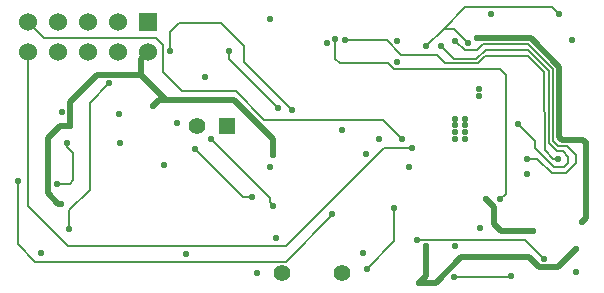
<source format=gbr>
%FSLAX34Y34*%
G04 Gerber Fmt 3.4, Leading zero omitted, Abs format*
G04 (created by PCBNEW (2013-11-03 BZR 4430)-product) date Fri 08 Nov 2013 11:28:15 PM CST*
%MOIN*%
G01*
G70*
G90*
G04 APERTURE LIST*
%ADD10C,0.005906*%
%ADD11R,0.055000X0.055000*%
%ADD12C,0.055000*%
%ADD13R,0.060000X0.060000*%
%ADD14C,0.060000*%
%ADD15C,0.021654*%
%ADD16C,0.019685*%
%ADD17C,0.006890*%
G04 APERTURE END LIST*
G54D10*
G54D11*
X48728Y-40393D03*
G54D12*
X47728Y-40393D03*
X50574Y-45314D03*
X52574Y-45314D03*
G54D13*
X46094Y-36940D03*
G54D14*
X46094Y-37940D03*
X45094Y-36940D03*
X45094Y-37940D03*
X44094Y-36940D03*
X44094Y-37940D03*
X43094Y-36940D03*
X43094Y-37940D03*
X42094Y-36940D03*
X42094Y-37940D03*
G54D15*
X57360Y-42840D03*
X58940Y-43920D03*
X43188Y-42992D03*
X53350Y-41350D03*
X50255Y-41358D03*
X46259Y-39724D03*
X43503Y-40393D03*
X57840Y-42840D03*
X60560Y-43620D03*
X52340Y-37500D03*
X57075Y-37475D03*
X60708Y-40984D03*
X55118Y-45629D03*
X55354Y-44409D03*
X60360Y-44520D03*
X56338Y-40157D03*
X56663Y-40157D03*
X57140Y-39180D03*
X57140Y-39420D03*
X58720Y-42007D03*
X54803Y-41771D03*
X57519Y-36673D03*
X42519Y-44625D03*
X52050Y-37650D03*
X50177Y-36830D03*
X47992Y-38779D03*
X47047Y-40295D03*
X46633Y-41692D03*
X60350Y-45275D03*
X56338Y-44409D03*
X45118Y-40000D03*
X53267Y-44645D03*
X52550Y-40550D03*
X50350Y-44125D03*
X60225Y-37525D03*
X47350Y-44675D03*
X56338Y-40610D03*
X56663Y-40836D03*
X50157Y-41771D03*
X56338Y-40836D03*
X56663Y-40610D03*
X56663Y-40383D03*
X56338Y-40383D03*
X49724Y-45314D03*
X54409Y-37559D03*
X54409Y-38267D03*
X52244Y-43346D03*
X41750Y-42250D03*
X55375Y-37750D03*
X56775Y-37625D03*
X59800Y-36675D03*
X54311Y-43129D03*
X53385Y-45177D03*
X43225Y-39950D03*
X45177Y-40984D03*
X43070Y-42322D03*
X43385Y-40984D03*
X50899Y-39856D03*
X46830Y-37913D03*
X48779Y-37893D03*
X50413Y-39803D03*
X58200Y-45400D03*
X56300Y-45425D03*
X55050Y-44200D03*
X59300Y-44825D03*
X54881Y-41141D03*
X54566Y-40826D03*
X43475Y-43825D03*
X44803Y-38976D03*
X57160Y-43800D03*
X56338Y-37559D03*
X58740Y-41496D03*
X58444Y-40334D03*
X55850Y-37725D03*
X59763Y-41496D03*
X52650Y-37550D03*
X47677Y-41181D03*
X49566Y-42755D03*
X50275Y-43070D03*
X48188Y-40826D03*
X53780Y-40840D03*
G54D16*
X57360Y-42840D02*
X57620Y-43100D01*
X57620Y-43100D02*
X57620Y-43680D01*
X57620Y-43680D02*
X57860Y-43920D01*
X57860Y-43920D02*
X58940Y-43920D01*
X45866Y-38700D02*
X45866Y-38169D01*
X45866Y-38169D02*
X46094Y-37940D01*
X43503Y-40393D02*
X43503Y-39606D01*
X45866Y-38700D02*
X46094Y-38929D01*
X44409Y-38700D02*
X45866Y-38700D01*
X43503Y-39606D02*
X44409Y-38700D01*
X42755Y-41456D02*
X42755Y-42637D01*
X43169Y-40393D02*
X42755Y-40807D01*
X42755Y-40807D02*
X42755Y-41456D01*
X43503Y-40393D02*
X43169Y-40393D01*
X43110Y-42992D02*
X43188Y-42992D01*
X42755Y-42637D02*
X43110Y-42992D01*
X46692Y-39527D02*
X48956Y-39527D01*
X50255Y-40826D02*
X50255Y-41358D01*
X48956Y-39527D02*
X50255Y-40826D01*
G54D17*
X46732Y-39527D02*
X46692Y-39527D01*
G54D16*
X46692Y-39527D02*
X46094Y-38929D01*
X46456Y-39527D02*
X46732Y-39527D01*
X46259Y-39724D02*
X46456Y-39527D01*
G54D17*
X58020Y-42660D02*
X57840Y-42840D01*
X58020Y-38700D02*
X58020Y-42660D01*
X57820Y-38500D02*
X58020Y-38700D01*
X54280Y-38500D02*
X57820Y-38500D01*
X54100Y-38320D02*
X54280Y-38500D01*
X52500Y-38320D02*
X54100Y-38320D01*
X52340Y-38160D02*
X52500Y-38320D01*
X52340Y-38080D02*
X52340Y-38160D01*
X52340Y-38080D02*
X52340Y-38100D01*
G54D16*
X60708Y-43471D02*
X60560Y-43620D01*
X60708Y-42952D02*
X60708Y-40984D01*
X60708Y-43471D02*
X60708Y-42952D01*
G54D17*
X52340Y-37500D02*
X52340Y-38080D01*
G54D16*
X57075Y-37475D02*
X58850Y-37475D01*
X59803Y-38428D02*
X58850Y-37475D01*
X59803Y-40708D02*
X59803Y-40787D01*
X59803Y-40787D02*
X59881Y-40866D01*
X59881Y-40866D02*
X60590Y-40866D01*
X60590Y-40866D02*
X60708Y-40984D01*
X59803Y-40203D02*
X59803Y-38428D01*
X59803Y-40203D02*
X59803Y-40708D01*
X55118Y-45629D02*
X55690Y-45629D01*
X59760Y-45120D02*
X60360Y-44520D01*
X59140Y-45120D02*
X59760Y-45120D01*
X58800Y-44780D02*
X59140Y-45120D01*
X56540Y-44780D02*
X58800Y-44780D01*
X55690Y-45629D02*
X56540Y-44780D01*
X55118Y-45629D02*
X55354Y-45393D01*
X55354Y-45393D02*
X55354Y-44409D01*
G54D17*
X52244Y-43346D02*
X52244Y-43385D01*
X41750Y-44348D02*
X41750Y-42250D01*
X42322Y-44921D02*
X41750Y-44348D01*
X50708Y-44921D02*
X42322Y-44921D01*
X52244Y-43385D02*
X50708Y-44921D01*
X56650Y-36450D02*
X55956Y-37156D01*
X57524Y-36450D02*
X56650Y-36450D01*
X56306Y-37156D02*
X55956Y-37156D01*
X56775Y-37625D02*
X56306Y-37156D01*
X55956Y-37156D02*
X55375Y-37750D01*
X59575Y-36450D02*
X57524Y-36450D01*
X59800Y-36675D02*
X59575Y-36450D01*
X54311Y-44251D02*
X54311Y-43129D01*
X53385Y-45177D02*
X54311Y-44251D01*
X43385Y-41102D02*
X43385Y-40984D01*
X43602Y-41318D02*
X43385Y-41102D01*
X43602Y-42204D02*
X43602Y-41318D01*
X43484Y-42322D02*
X43602Y-42204D01*
X43070Y-42322D02*
X43484Y-42322D01*
X47185Y-36968D02*
X47125Y-36968D01*
X48543Y-36968D02*
X47185Y-36968D01*
X49311Y-37736D02*
X48543Y-36968D01*
X49311Y-38267D02*
X49311Y-37736D01*
X50899Y-39856D02*
X49311Y-38267D01*
X46830Y-37263D02*
X46830Y-37913D01*
X47125Y-36968D02*
X46830Y-37263D01*
X48779Y-38169D02*
X48779Y-37893D01*
X50413Y-39803D02*
X48779Y-38169D01*
X58200Y-45400D02*
X58175Y-45425D01*
X58175Y-45425D02*
X56300Y-45425D01*
X58675Y-44200D02*
X55050Y-44200D01*
X59300Y-44825D02*
X58675Y-44200D01*
X42094Y-43078D02*
X42094Y-37940D01*
X54881Y-41141D02*
X53976Y-41141D01*
X53976Y-41141D02*
X50708Y-44409D01*
X50708Y-44409D02*
X43425Y-44409D01*
X43425Y-44409D02*
X42094Y-43078D01*
X50000Y-40196D02*
X49960Y-40196D01*
X54566Y-40826D02*
X53937Y-40196D01*
X53937Y-40196D02*
X50000Y-40196D01*
X42594Y-37440D02*
X42094Y-36940D01*
X42614Y-37460D02*
X42594Y-37440D01*
X46358Y-37460D02*
X42614Y-37460D01*
X46594Y-37696D02*
X46358Y-37460D01*
X46594Y-38602D02*
X46594Y-37696D01*
X47244Y-39251D02*
X46594Y-38602D01*
X49015Y-39251D02*
X47244Y-39251D01*
X49960Y-40196D02*
X49015Y-39251D01*
X43475Y-43200D02*
X43475Y-43825D01*
X44150Y-42525D02*
X43475Y-43200D01*
X44150Y-39625D02*
X44150Y-42525D01*
X44803Y-38976D02*
X44150Y-39625D01*
X58740Y-41496D02*
X59071Y-41496D01*
X56654Y-37875D02*
X56338Y-37559D01*
X57050Y-37875D02*
X56654Y-37875D01*
X57257Y-37667D02*
X57050Y-37875D01*
X58750Y-37667D02*
X57257Y-37667D01*
X59600Y-38517D02*
X58750Y-37667D01*
X59600Y-40900D02*
X59600Y-38517D01*
X59775Y-41075D02*
X59600Y-40900D01*
X60075Y-41075D02*
X59775Y-41075D01*
X60375Y-41375D02*
X60075Y-41075D01*
X60375Y-41625D02*
X60375Y-41375D01*
X60025Y-41975D02*
X60375Y-41625D01*
X59550Y-41975D02*
X60025Y-41975D01*
X59071Y-41496D02*
X59550Y-41975D01*
X59000Y-41150D02*
X59000Y-40889D01*
X59000Y-40889D02*
X58444Y-40334D01*
X59625Y-41775D02*
X59950Y-41775D01*
X59000Y-41150D02*
X59625Y-41775D01*
X60100Y-41625D02*
X60100Y-41425D01*
X59950Y-41775D02*
X60100Y-41625D01*
X59450Y-40975D02*
X59450Y-38575D01*
X59925Y-41250D02*
X59725Y-41250D01*
X60100Y-41425D02*
X59925Y-41250D01*
X59725Y-41250D02*
X59450Y-40975D01*
X57025Y-38174D02*
X57035Y-38174D01*
X58762Y-37862D02*
X57350Y-37859D01*
X59450Y-38575D02*
X58762Y-37862D01*
X57035Y-38174D02*
X57350Y-37859D01*
X56300Y-38175D02*
X57025Y-38174D01*
X57025Y-38174D02*
X57025Y-38174D01*
X55850Y-37725D02*
X56300Y-38175D01*
X59763Y-41496D02*
X59592Y-41496D01*
X59696Y-41496D02*
X59763Y-41496D01*
X59313Y-41216D02*
X59312Y-38675D01*
X59592Y-41496D02*
X59313Y-41216D01*
X59312Y-38620D02*
X58771Y-38078D01*
X54050Y-37550D02*
X54525Y-38025D01*
X54525Y-38025D02*
X55725Y-38025D01*
X59312Y-38620D02*
X59312Y-38675D01*
X56003Y-38303D02*
X55725Y-38025D01*
X57103Y-38303D02*
X56003Y-38303D01*
X57328Y-38078D02*
X57103Y-38303D01*
X58771Y-38078D02*
X57328Y-38078D01*
X59312Y-38675D02*
X59312Y-38665D01*
X52650Y-37550D02*
X54050Y-37550D01*
X47677Y-41181D02*
X49251Y-42755D01*
X49251Y-42755D02*
X49566Y-42755D01*
X50157Y-42952D02*
X50275Y-43070D01*
X50157Y-42795D02*
X50157Y-42952D01*
X48188Y-40826D02*
X50157Y-42795D01*
M02*

</source>
